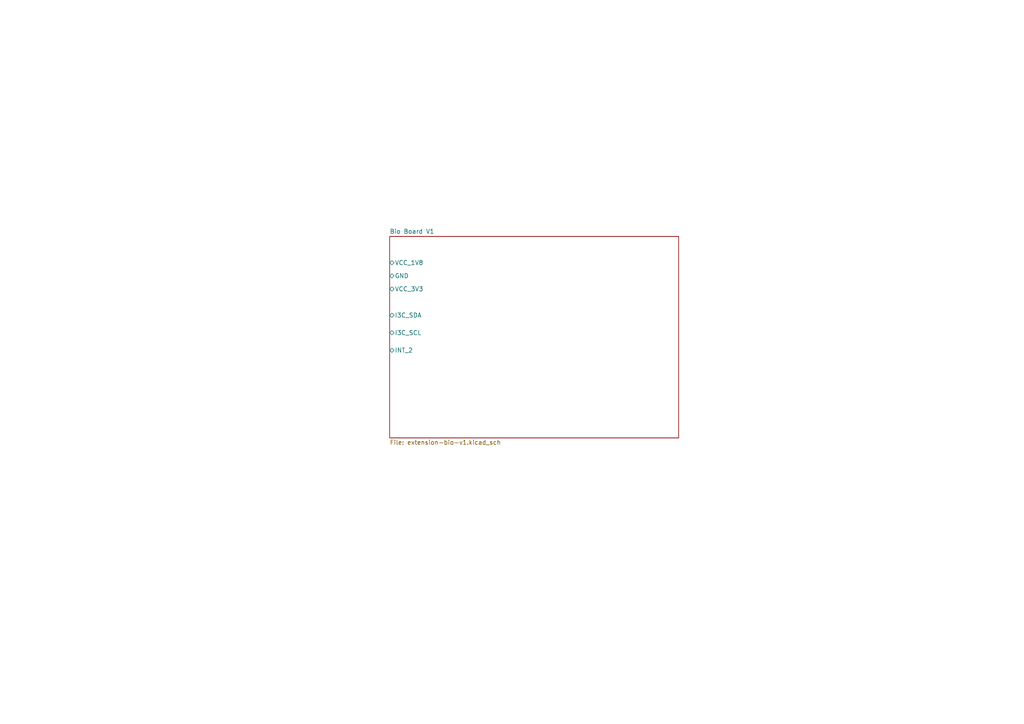
<source format=kicad_sch>
(kicad_sch (version 20230121) (generator eeschema)

  (uuid ea27f442-f6e3-4d51-a8ce-11d156cfd7eb)

  (paper "A4")

  (lib_symbols
  )


  (sheet (at 113.03 68.58) (size 83.82 58.42) (fields_autoplaced)
    (stroke (width 0.1524) (type solid))
    (fill (color 0 0 0 0.0000))
    (uuid 07f96fc9-215e-475d-a438-ecf9f1dd13b2)
    (property "Sheetname" "Bio Board V1" (at 113.03 67.8684 0)
      (effects (font (size 1.27 1.27)) (justify left bottom))
    )
    (property "Sheetfile" "extension-bio-v1.kicad_sch" (at 113.03 127.5846 0)
      (effects (font (size 1.27 1.27)) (justify left top))
    )
    (pin "I3C_SDA" bidirectional (at 113.03 91.44 180)
      (effects (font (size 1.27 1.27)) (justify left))
      (uuid 935c8ca6-223a-4079-9e9e-036af92dd46b)
    )
    (pin "VCC_1V8" bidirectional (at 113.03 76.2 180)
      (effects (font (size 1.27 1.27)) (justify left))
      (uuid 94dbea98-2c5b-4ff6-a455-493bdb2411e9)
    )
    (pin "GND" bidirectional (at 113.03 80.01 180)
      (effects (font (size 1.27 1.27)) (justify left))
      (uuid 5a80cd03-bc9d-488d-bb73-92b6bf05363f)
    )
    (pin "VCC_3V3" bidirectional (at 113.03 83.82 180)
      (effects (font (size 1.27 1.27)) (justify left))
      (uuid 668d80c0-0a76-4234-8bce-3e8c0b0f3d21)
    )
    (pin "INT_2" bidirectional (at 113.03 101.6 180)
      (effects (font (size 1.27 1.27)) (justify left))
      (uuid 00719294-86c4-44de-93e0-55b8fe917da3)
    )
    (pin "I3C_SCL" bidirectional (at 113.03 96.52 180)
      (effects (font (size 1.27 1.27)) (justify left))
      (uuid 1488801d-ac94-4722-abe7-763596e3034a)
    )
    (instances
      (project "pcb-expansion-bio"
        (path "/ea27f442-f6e3-4d51-a8ce-11d156cfd7eb" (page "2"))
      )
    )
  )

  (sheet_instances
    (path "/" (page "1"))
  )
)

</source>
